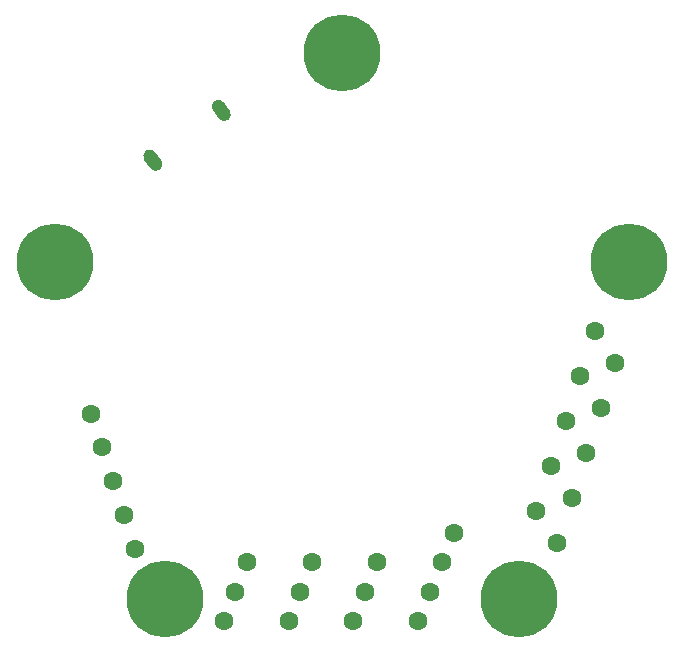
<source format=gbr>
%TF.GenerationSoftware,KiCad,Pcbnew,5.1.6-c6e7f7d~87~ubuntu18.04.1*%
%TF.CreationDate,2020-07-29T15:25:13-07:00*%
%TF.ProjectId,esp32_picod4_downpads,65737033-325f-4706-9963-6f64345f646f,rev?*%
%TF.SameCoordinates,Original*%
%TF.FileFunction,Soldermask,Bot*%
%TF.FilePolarity,Negative*%
%FSLAX46Y46*%
G04 Gerber Fmt 4.6, Leading zero omitted, Abs format (unit mm)*
G04 Created by KiCad (PCBNEW 5.1.6-c6e7f7d~87~ubuntu18.04.1) date 2020-07-29 15:25:13*
%MOMM*%
%LPD*%
G01*
G04 APERTURE LIST*
%ADD10C,1.600000*%
%ADD11C,0.900000*%
%ADD12C,6.500000*%
G04 APERTURE END LIST*
D10*
%TO.C,K13*%
X97500000Y-117500000D03*
%TD*%
%TO.C,K3*%
X92000000Y-117500000D03*
%TD*%
%TO.C,K5*%
X96500000Y-120000000D03*
%TD*%
%TO.C,J19*%
G36*
G01*
X89587003Y-79919218D02*
X89087385Y-79231554D01*
G75*
G02*
X89214593Y-78428392I465185J337977D01*
G01*
X89214593Y-78428392D01*
G75*
G02*
X90017755Y-78555600I337977J-465185D01*
G01*
X90517373Y-79243264D01*
G75*
G02*
X90390165Y-80046426I-465185J-337977D01*
G01*
X90390165Y-80046426D01*
G75*
G02*
X89587003Y-79919218I-337977J465185D01*
G01*
G37*
G36*
G01*
X84233284Y-82758265D02*
X84732902Y-83445929D01*
G75*
G02*
X84605694Y-84249091I-465185J-337977D01*
G01*
X84605694Y-84249091D01*
G75*
G02*
X83802532Y-84121883I-337977J465185D01*
G01*
X83302914Y-83434219D01*
G75*
G02*
X83430122Y-82631057I465185J337977D01*
G01*
X83430122Y-82631057D01*
G75*
G02*
X84233284Y-82758265I337977J-465185D01*
G01*
G37*
%TD*%
%TO.C,K1*%
X90000000Y-122500000D03*
%TD*%
%TO.C,K2*%
X81534014Y-113469766D03*
%TD*%
%TO.C,K4*%
X80606964Y-110616596D03*
%TD*%
%TO.C,K6*%
X121423620Y-97942862D03*
%TD*%
%TO.C,K7*%
X119475023Y-112030196D03*
%TD*%
%TO.C,K8*%
X118951484Y-105551314D03*
%TD*%
%TO.C,K9*%
X108500000Y-117500000D03*
%TD*%
%TO.C,K10*%
X107500000Y-120000000D03*
%TD*%
%TO.C,K11*%
X106500000Y-122500000D03*
%TD*%
%TO.C,K12*%
X101000000Y-122500000D03*
%TD*%
%TO.C,K14*%
X116479348Y-113159766D03*
%TD*%
%TO.C,K15*%
X117715416Y-109355540D03*
%TD*%
%TO.C,K16*%
X123183227Y-100617517D03*
%TD*%
%TO.C,K17*%
X91000000Y-120000000D03*
%TD*%
%TO.C,K18*%
X120187552Y-101747088D03*
%TD*%
%TO.C,K19*%
X120711091Y-108225969D03*
%TD*%
%TO.C,K20*%
X118238955Y-115834422D03*
%TD*%
%TO.C,K21*%
X95500000Y-122500000D03*
%TD*%
%TO.C,K23*%
X121947159Y-104421743D03*
%TD*%
%TO.C,K24*%
X102000000Y-120000000D03*
%TD*%
%TO.C,K25*%
X103000000Y-117500000D03*
%TD*%
%TO.C,K26*%
X79679914Y-107763427D03*
%TD*%
%TO.C,K27*%
X109500000Y-115000000D03*
%TD*%
D11*
%TO.C,M1*%
X87370452Y-120224557D03*
X86410685Y-118658359D03*
X84624557Y-118229548D03*
X83058359Y-119189315D03*
X82629548Y-120975443D03*
X83589315Y-122541641D03*
X85375443Y-122970452D03*
X86941641Y-122010685D03*
D12*
X85000000Y-120600000D03*
%TD*%
%TO.C,M2*%
X115000000Y-120600000D03*
D11*
X116941641Y-119189315D03*
X117370452Y-120975443D03*
X116410685Y-122541641D03*
X114624557Y-122970452D03*
X113058359Y-122010685D03*
X112629548Y-120224557D03*
X113589315Y-118658359D03*
X115375443Y-118229548D03*
%TD*%
%TO.C,M4*%
X76789577Y-94238415D03*
X77982536Y-92841641D03*
X77838415Y-91010423D03*
X76441641Y-89817464D03*
X74610423Y-89961585D03*
X73417464Y-91358359D03*
X73561585Y-93189577D03*
X74958359Y-94382536D03*
D12*
X75700000Y-92100000D03*
%TD*%
%TO.C,M5*%
X124300000Y-92100000D03*
D11*
X123558359Y-89817464D03*
X125389577Y-89961585D03*
X126582536Y-91358359D03*
X126438415Y-93189577D03*
X125041641Y-94382536D03*
X123210423Y-94238415D03*
X122017464Y-92841641D03*
X122161585Y-91010423D03*
%TD*%
D12*
%TO.C,M3*%
X100000000Y-74400000D03*
D11*
X102400000Y-74400000D03*
X101697056Y-76097056D03*
X100000000Y-76800000D03*
X98302944Y-76097056D03*
X97600000Y-74400000D03*
X98302944Y-72702944D03*
X100000000Y-72000000D03*
X101697056Y-72702944D03*
%TD*%
D10*
%TO.C,K22*%
X82461066Y-116322936D03*
%TD*%
%TO.C,K28*%
X78752863Y-104910257D03*
%TD*%
M02*

</source>
